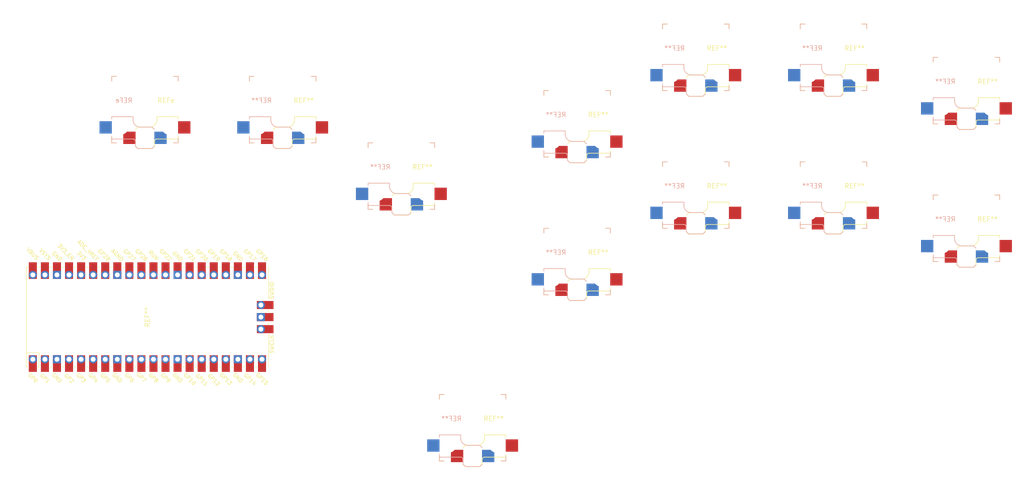
<source format=kicad_pcb>
(kicad_pcb (version 20221018) (generator pcbnew)
  (layers (0 "F.Cu" signal) (31 "B.Cu" signal) (34 "B.Paste" user) (35 "F.Paste" user) (36 "B.SilkS" user "B.Silkscreen") (37 "F.SilkS" user "F.Silkscreen") (38 "B.Mask" user) (39 "F.Mask" user) (44 "Edge.Cuts" user))
  (net 0 "")
  (footprint "keyswitches:Kailh_socket_PG1350_reversible" (layer "F.Cu") (at 419 417)
    (fp_text reference "REF**" (at 4.445 -1.905) (layer "F.SilkS"))
    (fp_text value "Kailh_socket_PG1350_reversible")
    (fp_text user "${REFERENCE}" (at -4.445 -1.905) (layer "B.SilkS") (effects (justify mirror)))
    (pad "" np_thru_hole circle (at -5.5 0) (size 1.7018 1.7018) (drill 1.7018) (layers "F&B.Cu" "*.Mask"))
    (pad "" np_thru_hole circle (at -5.22 -4.2) (size 0.9906 0.9906) (drill 0.9906) (layers "F&B.Cu" "*.Mask"))
    (pad "" np_thru_hole circle (at -5 3.75) (size 3 3) (drill 3) (layers "F&B.Cu" "*.Mask"))
    (pad "" np_thru_hole circle (at 0 0) (size 3.429 3.429) (drill 3.429) (layers "F&B.Cu" "*.Mask"))
    (pad "" np_thru_hole circle (at 0 5.95) (size 3 3) (drill 3) (layers "F&B.Cu" "*.Mask"))
    (pad "" np_thru_hole circle (at 5 3.75) (size 3 3) (drill 3) (layers "F&B.Cu" "*.Mask"))
    (pad "" np_thru_hole circle (at 5.22 -4.2) (size 0.9906 0.9906) (drill 0.9906) (layers "F&B.Cu" "*.Mask"))
    (pad "" np_thru_hole circle (at 5.5 0) (size 1.7018 1.7018) (drill 1.7018) (layers "F&B.Cu" "*.Mask"))
    (pad "1" smd rect (at -3.275 5.95) (size 2.6 2.6) (layers "F.Cu" "F.Paste" "F.Mask"))
    (pad "1" smd rect (at 3.275 5.95) (size 2.6 2.6) (layers "B.Cu" "B.Paste" "B.Mask"))
    (pad "2" smd rect (at -8.275 3.75) (size 2.6 2.6) (layers "B.Cu" "B.Paste" "B.Mask"))
    (pad "2" smd rect (at 8.275 3.75) (size 2.6 2.6) (layers "F.Cu" "F.Paste" "F.Mask"))
  )
  (footprint "keyswitches:Kailh_socket_PG1350_reversible" (layer "F.Cu") (at 350 350)
    (fp_text reference "REFe" (at 4.445 -1.905) (layer "F.SilkS"))
    (fp_text value "Kailh_socket_PG1350_reversible")
    (fp_text user "${REFERENCE}" (at -4.445 -1.905) (layer "B.SilkS") (effects (justify mirror)))
    (pad "" np_thru_hole circle (at -5.5 0) (size 1.7018 1.7018) (drill 1.7018) (layers "*.Cu" "*.Mask"))
    (pad "" np_thru_hole circle (at -5.22 -4.2) (size 0.9906 0.9906) (drill 0.9906) (layers "*.Cu" "*.Mask"))
    (pad "" np_thru_hole circle (at -5 3.75) (size 3 3) (drill 3) (layers "*.Cu" "*.Mask"))
    (pad "" np_thru_hole circle (at 0 0) (size 3.429 3.429) (drill 3.429) (layers "*.Cu" "*.Mask"))
    (pad "" np_thru_hole circle (at 0 5.95) (size 3 3) (drill 3) (layers "*.Cu" "*.Mask"))
    (pad "" np_thru_hole circle (at 5 3.75) (size 3 3) (drill 3) (layers "*.Cu" "*.Mask"))
    (pad "" np_thru_hole circle (at 5.22 -4.2) (size 0.9906 0.9906) (drill 0.9906) (layers "*.Cu" "*.Mask"))
    (pad "" np_thru_hole circle (at 5.5 0) (size 1.7018 1.7018) (drill 1.7018) (layers "*.Cu" "*.Mask"))
    (pad "1" smd rect (at -3.275 5.95) (size 2.6 2.6) (layers "F.Cu" "F.Paste" "F.Mask"))
    (pad "1" smd rect (at 3.275 5.95) (size 2.6 2.6) (layers "B.Cu" "B.Paste" "B.Mask"))
    (pad "2" smd rect (at -8.275 3.75) (size 2.6 2.6) (layers "B.Cu" "B.Paste" "B.Mask"))
    (pad "2" smd rect (at 8.275 3.75) (size 2.6 2.6) (layers "F.Cu" "F.Paste" "F.Mask"))
  )
  (footprint "keyswitches:Kailh_socket_PG1350_reversible" (layer "F.Cu") (at 379 350)
    (fp_text reference "REF**" (at 4.445 -1.905) (layer "F.SilkS"))
    (fp_text value "Kailh_socket_PG1350_reversible")
    (fp_text user "${REFERENCE}" (at -4.445 -1.905) (layer "B.SilkS") (effects (justify mirror)))
    (pad "" np_thru_hole circle (at -5.5 0) (size 1.7018 1.7018) (drill 1.7018) (layers "F&B.Cu" "*.Mask"))
    (pad "" np_thru_hole circle (at -5.22 -4.2) (size 0.9906 0.9906) (drill 0.9906) (layers "F&B.Cu" "*.Mask"))
    (pad "" np_thru_hole circle (at -5 3.75) (size 3 3) (drill 3) (layers "F&B.Cu" "*.Mask"))
    (pad "" np_thru_hole circle (at 0 0) (size 3.429 3.429) (drill 3.429) (layers "F&B.Cu" "*.Mask"))
    (pad "" np_thru_hole circle (at 0 5.95) (size 3 3) (drill 3) (layers "F&B.Cu" "*.Mask"))
    (pad "" np_thru_hole circle (at 5 3.75) (size 3 3) (drill 3) (layers "F&B.Cu" "*.Mask"))
    (pad "" np_thru_hole circle (at 5.22 -4.2) (size 0.9906 0.9906) (drill 0.9906) (layers "F&B.Cu" "*.Mask"))
    (pad "" np_thru_hole circle (at 5.5 0) (size 1.7018 1.7018) (drill 1.7018) (layers "F&B.Cu" "*.Mask"))
    (pad "1" smd rect (at -3.275 5.95) (size 2.6 2.6) (layers "F.Cu" "F.Paste" "F.Mask"))
    (pad "1" smd rect (at 3.275 5.95) (size 2.6 2.6) (layers "B.Cu" "B.Paste" "B.Mask"))
    (pad "2" smd rect (at -8.275 3.75) (size 2.6 2.6) (layers "B.Cu" "B.Paste" "B.Mask"))
    (pad "2" smd rect (at 8.275 3.75) (size 2.6 2.6) (layers "F.Cu" "F.Paste" "F.Mask"))
  )
  (footprint "keyswitches:Kailh_socket_PG1350_reversible" (layer "F.Cu") (at 441 353)
    (fp_text reference "REF**" (at 4.445 -1.905) (layer "F.SilkS"))
    (fp_text value "Kailh_socket_PG1350_reversible")
    (fp_text user "${REFERENCE}" (at -4.445 -1.905) (layer "B.SilkS") (effects (justify mirror)))
    (pad "" np_thru_hole circle (at -5.5 0) (size 1.7018 1.7018) (drill 1.7018) (layers "F&B.Cu" "*.Mask"))
    (pad "" np_thru_hole circle (at -5.22 -4.2) (size 0.9906 0.9906) (drill 0.9906) (layers "F&B.Cu" "*.Mask"))
    (pad "" np_thru_hole circle (at -5 3.75) (size 3 3) (drill 3) (layers "F&B.Cu" "*.Mask"))
    (pad "" np_thru_hole circle (at 0 0) (size 3.429 3.429) (drill 3.429) (layers "F&B.Cu" "*.Mask"))
    (pad "" np_thru_hole circle (at 0 5.95) (size 3 3) (drill 3) (layers "F&B.Cu" "*.Mask"))
    (pad "" np_thru_hole circle (at 5 3.75) (size 3 3) (drill 3) (layers "F&B.Cu" "*.Mask"))
    (pad "" np_thru_hole circle (at 5.22 -4.2) (size 0.9906 0.9906) (drill 0.9906) (layers "F&B.Cu" "*.Mask"))
    (pad "" np_thru_hole circle (at 5.5 0) (size 1.7018 1.7018) (drill 1.7018) (layers "F&B.Cu" "*.Mask"))
    (pad "1" smd rect (at -3.275 5.95) (size 2.6 2.6) (layers "F.Cu" "F.Paste" "F.Mask"))
    (pad "1" smd rect (at 3.275 5.95) (size 2.6 2.6) (layers "B.Cu" "B.Paste" "B.Mask"))
    (pad "2" smd rect (at -8.275 3.75) (size 2.6 2.6) (layers "B.Cu" "B.Paste" "B.Mask"))
    (pad "2" smd rect (at 8.275 3.75) (size 2.6 2.6) (layers "F.Cu" "F.Paste" "F.Mask"))
  )
  (footprint "MCU_RaspberryPi_and_Boards:RPi_Pico_SMD_TH" (layer "F.Cu") (at 350.52 393.7 90)
    (fp_text reference "REF**" (at 0 0 90) (layer "F.SilkS"))
    (fp_text value "RPi_Pico_SMD_TH")
    (fp_text user "GND" (at -12.8 -6.35 135) (layer "F.SilkS") (effects (font (size 0.8 0.8))))
    (fp_text user "GP0" (at -12.8 -24.13 135) (layer "F.SilkS") (effects (font (size 0.8 0.8))))
    (fp_text user "GP6" (at -12.8 -3.81 135) (layer "F.SilkS") (effects (font (size 0.8 0.8))))
    (fp_text user "GP5" (at -12.8 -8.89 135) (layer "F.SilkS") (effects (font (size 0.8 0.8))))
    (fp_text user "GP14" (at -13.1 21.59 135) (layer "F.SilkS") (effects (font (size 0.8 0.8))))
    (fp_text user "GP7" (at -12.7 -1.3 135) (layer "F.SilkS") (effects (font (size 0.8 0.8))))
    (fp_text user "GP19" (at 13.054 13.97 135) (layer "F.SilkS") (effects (font (size 0.8 0.8))))
    (fp_text user "GND" (at 12.8 6.35 135) (layer "F.SilkS") (effects (font (size 0.8 0.8))))
    (fp_text user "GP20" (at 13.054 11.43 135) (layer "F.SilkS") (effects (font (size 0.8 0.8))))
    (fp_text user "VBUS" (at 13.3 -24.2 135) (layer "F.SilkS") (effects (font (size 0.8 0.8))))
    (fp_text user "GP12" (at -13.2 13.97 135) (layer "F.SilkS") (effects (font (size 0.8 0.8))))
    (fp_text user "SWCLK" (at -5.7 26.2 90) (layer "F.SilkS") (effects (font (size 0.8 0.8))))
    (fp_text user "GP3" (at -12.8 -13.97 135) (layer "F.SilkS") (effects (font (size 0.8 0.8))))
    (fp_text user "GND" (at 12.8 -19.05 135) (layer "F.SilkS") (effects (font (size 0.8 0.8))))
    (fp_text user "GP17" (at 13.054 21.59 135) (layer "F.SilkS") (effects (font (size 0.8 0.8))))
    (fp_text user "SWDIO" (at 5.6 26.2 90) (layer "F.SilkS") (effects (font (size 0.8 0.8))))
    (fp_text user "GND" (at 12.8 19.05 135) (layer "F.SilkS") (effects (font (size 0.8 0.8))))
    (fp_text user "GP4" (at -12.8 -11.43 135) (layer "F.SilkS") (effects (font (size 0.8 0.8))))
    (fp_text user "GP2" (at -12.9 -16.51 135) (layer "F.SilkS") (effects (font (size 0.8 0.8))))
    (fp_text user "RUN" (at 13 1.27 135) (layer "F.SilkS") (effects (font (size 0.8 0.8))))
    (fp_text user "GP18" (at 13.054 16.51 135) (layer "F.SilkS") (effects (font (size 0.8 0.8))))
    (fp_text user "GP15" (at -13.054 24.13 135) (layer "F.SilkS") (effects (font (size 0.8 0.8))))
    (fp_text user "GP22" (at 13.054 3.81 135) (layer "F.SilkS") (effects (font (size 0.8 0.8))))
    (fp_text user "ADC_VREF" (at 14 -12.5 135) (layer "F.SilkS") (effects (font (size 0.8 0.8))))
    (fp_text user "VSYS" (at 13.2 -21.59 135) (layer "F.SilkS") (effects (font (size 0.8 0.8))))
    (fp_text user "GP26" (at 13.054 -1.27 135) (layer "F.SilkS") (effects (font (size 0.8 0.8))))
    (fp_text user "GP21" (at 13.054 8.9 135) (layer "F.SilkS") (effects (font (size 0.8 0.8))))
    (fp_text user "GP9" (at -12.8 3.81 135) (layer "F.SilkS") (effects (font (size 0.8 0.8))))
    (fp_text user "GND" (at -12.8 -19.05 135) (layer "F.SilkS") (effects (font (size 0.8 0.8))))
    (fp_text user "GP16" (at 13.054 24.13 135) (layer "F.SilkS") (effects (font (size 0.8 0.8))))
    (fp_text user "GP1" (at -12.9 -21.6 135) (layer "F.SilkS") (effects (font (size 0.8 0.8))))
    (fp_text user "GP10" (at -13.054 8.89 135) (layer "F.SilkS") (effects (font (size 0.8 0.8))))
    (fp_text user "GP28" (at 13.054 -9.144 135) (layer "F.SilkS") (effects (font (size 0.8 0.8))))
    (fp_text user "GP11" (at -13.2 11.43 135) (layer "F.SilkS") (effects (font (size 0.8 0.8))))
    (fp_text user "3V3_EN" (at 13.7 -17.2 135) (layer "F.SilkS") (effects (font (size 0.8 0.8))))
    (fp_text user "3V3" (at 12.9 -13.9 135) (layer "F.SilkS") (effects (font (size 0.8 0.8))))
    (fp_text user "GP13" (at -13.054 16.51 135) (layer "F.SilkS") (effects (font (size 0.8 0.8))))
    (fp_text user "GP27" (at 13.054 -3.8 135) (layer "F.SilkS") (effects (font (size 0.8 0.8))))
    (fp_text user "GND" (at -12.8 19.05 135) (layer "F.SilkS") (effects (font (size 0.8 0.8))))
    (fp_text user "GP8" (at -12.8 1.27 135) (layer "F.SilkS") (effects (font (size 0.8 0.8))))
    (fp_text user "AGND" (at 13.054 -6.35 135) (layer "F.SilkS") (effects (font (size 0.8 0.8))))
    (fp_text user "GND" (at -12.8 6.35 135) (layer "F.SilkS") (effects (font (size 0.8 0.8))))
    (pad "" np_thru_hole oval (at -2.725 -24 90) (size 1.8 1.8) (drill 1.8) (layers "*.Cu" "*.Mask"))
    (pad "" np_thru_hole oval (at -2.425 -20.97 90) (size 1.5 1.5) (drill 1.5) (layers "*.Cu" "*.Mask"))
    (pad "" np_thru_hole oval (at 2.425 -20.97 90) (size 1.5 1.5) (drill 1.5) (layers "*.Cu" "*.Mask"))
    (pad "" np_thru_hole oval (at 2.725 -24 90) (size 1.8 1.8) (drill 1.8) (layers "*.Cu" "*.Mask"))
    (pad "1" thru_hole oval (at -8.89 -24.13 90) (size 1.7 1.7) (drill 1.02) (layers "*.Cu" "*.Mask"))
    (pad "1" smd rect (at -8.89 -24.13 90) (size 3.5 1.7) (drill (offset -0.9 0)) (layers "F.Cu" "F.Mask"))
    (pad "2" thru_hole oval (at -8.89 -21.59 90) (size 1.7 1.7) (drill 1.02) (layers "*.Cu" "*.Mask"))
    (pad "2" smd rect (at -8.89 -21.59 90) (size 3.5 1.7) (drill (offset -0.9 0)) (layers "F.Cu" "F.Mask"))
    (pad "3" thru_hole rect (at -8.89 -19.05 90) (size 1.7 1.7) (drill 1.02) (layers "*.Cu" "*.Mask"))
    (pad "3" smd rect (at -8.89 -19.05 90) (size 3.5 1.7) (drill (offset -0.9 0)) (layers "F.Cu" "F.Mask"))
    (pad "4" thru_hole oval (at -8.89 -16.51 90) (size 1.7 1.7) (drill 1.02) (layers "*.Cu" "*.Mask"))
    (pad "4" smd rect (at -8.89 -16.51 90) (size 3.5 1.7) (drill (offset -0.9 0)) (layers "F.Cu" "F.Mask"))
    (pad "5" thru_hole oval (at -8.89 -13.97 90) (size 1.7 1.7) (drill 1.02) (layers "*.Cu" "*.Mask"))
    (pad "5" smd rect (at -8.89 -13.97 90) (size 3.5 1.7) (drill (offset -0.9 0)) (layers "F.Cu" "F.Mask"))
    (pad "6" thru_hole oval (at -8.89 -11.43 90) (size 1.7 1.7) (drill 1.02) (layers "*.Cu" "*.Mask"))
    (pad "6" smd rect (at -8.89 -11.43 90) (size 3.5 1.7) (drill (offset -0.9 0)) (layers "F.Cu" "F.Mask"))
    (pad "7" thru_hole oval (at -8.89 -8.89 90) (size 1.7 1.7) (drill 1.02) (layers "*.Cu" "*.Mask"))
    (pad "7" smd rect (at -8.89 -8.89 90) (size 3.5 1.7) (drill (offset -0.9 0)) (layers "F.Cu" "F.Mask"))
    (pad "8" thru_hole rect (at -8.89 -6.35 90) (size 1.7 1.7) (drill 1.02) (layers "*.Cu" "*.Mask"))
    (pad "8" smd rect (at -8.89 -6.35 90) (size 3.5 1.7) (drill (offset -0.9 0)) (layers "F.Cu" "F.Mask"))
    (pad "9" thru_hole oval (at -8.89 -3.81 90) (size 1.7 1.7) (drill 1.02) (layers "*.Cu" "*.Mask"))
    (pad "9" smd rect (at -8.89 -3.81 90) (size 3.5 1.7) (drill (offset -0.9 0)) (layers "F.Cu" "F.Mask"))
    (pad "10" thru_hole oval (at -8.89 -1.27 90) (size 1.7 1.7) (drill 1.02) (layers "*.Cu" "*.Mask"))
    (pad "10" smd rect (at -8.89 -1.27 90) (size 3.5 1.7) (drill (offset -0.9 0)) (layers "F.Cu" "F.Mask"))
    (pad "11" thru_hole oval (at -8.89 1.27 90) (size 1.7 1.7) (drill 1.02) (layers "*.Cu" "*.Mask"))
    (pad "11" smd rect (at -8.89 1.27 90) (size 3.5 1.7) (drill (offset -0.9 0)) (layers "F.Cu" "F.Mask"))
    (pad "12" thru_hole oval (at -8.89 3.81 90) (size 1.7 1.7) (drill 1.02) (layers "*.Cu" "*.Mask"))
    (pad "12" smd rect (at -8.89 3.81 90) (size 3.5 1.7) (drill (offset -0.9 0)) (layers "F.Cu" "F.Mask"))
    (pad "13" thru_hole rect (at -8.89 6.35 90) (size 1.7 1.7) (drill 1.02) (layers "*.Cu" "*.Mask"))
    (pad "13" smd rect (at -8.89 6.35 90) (size 3.5 1.7) (drill (offset -0.9 0)) (layers "F.Cu" "F.Mask"))
    (pad "14" thru_hole oval (at -8.89 8.89 90) (size 1.7 1.7) (drill 1.02) (layers "*.Cu" "*.Mask"))
    (pad "14" smd rect (at -8.89 8.89 90) (size 3.5 1.7) (drill (offset -0.9 0)) (layers "F.Cu" "F.Mask"))
    (pad "15" thru_hole oval (at -8.89 11.43 90) (size 1.7 1.7) (drill 1.02) (layers "*.Cu" "*.Mask"))
    (pad "15" smd rect (at -8.89 11.43 90) (size 3.5 1.7) (drill (offset -0.9 0)) (layers "F.Cu" "F.Mask"))
    (pad "16" thru_hole oval (at -8.89 13.97 90) (size 1.7 1.7) (drill 1.02) (layers "*.Cu" "*.Mask"))
    (pad "16" smd rect (at -8.89 13.97 90) (size 3.5 1.7) (drill (offset -0.9 0)) (layers "F.Cu" "F.Mask"))
    (pad "17" thru_hole oval (at -8.89 16.51 90) (size 1.7 1.7) (drill 1.02) (layers "*.Cu" "*.Mask"))
    (pad "17" smd rect (at -8.89 16.51 90) (size 3.5 1.7) (drill (offset -0.9 0)) (layers "F.Cu" "F.Mask"))
    (pad "18" thru_hole rect (at -8.89 19.05 90) (size 1.7 1.7) (drill 1.02) (layers "*.Cu" "*.Mask"))
    (pad "18" smd rect (at -8.89 19.05 90) (size 3.5 1.7) (drill (offset -0.9 0)) (layers "F.Cu" "F.Mask"))
    (pad "19" thru_hole oval (at -8.89 21.59 90) (size 1.7 1.7) (drill 1.02) (layers "*.Cu" "*.Mask"))
    (pad "19" smd rect (at -8.89 21.59 90) (size 3.5 1.7) (drill (offset -0.9 0)) (layers "F.Cu" "F.Mask"))
    (pad "20" thru_hole oval (at -8.89 24.13 90) (size 1.7 1.7) (drill 1.02) (layers "*.Cu" "*.Mask"))
    (pad "20" smd rect (at -8.89 24.13 90) (size 3.5 1.7) (drill (offset -0.9 0)) (layers "F.Cu" "F.Mask"))
    (pad "21" thru_hole oval (at 8.89 24.13 90) (size 1.7 1.7) (drill 1.02) (layers "*.Cu" "*.Mask"))
    (pad "21" smd rect (at 8.89 24.13 90) (size 3.5 1.7) (drill (offset 0.9 0)) (layers "F.Cu" "F.Mask"))
    (pad "22" thru_hole oval (at 8.89 21.59 90) (size 1.7 1.7) (drill 1.02) (layers "*.Cu" "*.Mask"))
    (pad "22" smd rect (at 8.89 21.59 90) (size 3.5 1.7) (drill (offset 0.9 0)) (layers "F.Cu" "F.Mask"))
    (pad "23" thru_hole rect (at 8.89 19.05 90) (size 1.7 1.7) (drill 1.02) (layers "*.Cu" "*.Mask"))
    (pad "23" smd rect (at 8.89 19.05 90) (size 3.5 1.7) (drill (offset 0.9 0)) (layers "F.Cu" "F.Mask"))
    (pad "24" thru_hole oval (at 8.89 16.51 90) (size 1.7 1.7) (drill 1.02) (layers "*.Cu" "*.Mask"))
    (pad "24" smd rect (at 8.89 16.51 90) (size 3.5 1.7) (drill (offset 0.9 0)) (layers "F.Cu" "F.Mask"))
    (pad "25" thru_hole oval (at 8.89 13.97 90) (size 1.7 1.7) (drill 1.02) (layers "*.Cu" "*.Mask"))
    (pad "25" smd rect (at 8.89 13.97 90) (size 3.5 1.7) (drill (offset 0.9 0)) (layers "F.Cu" "F.Mask"))
    (pad "26" thru_hole oval (at 8.89 11.43 90) (size 1.7 1.7) (drill 1.02) (layers "*.Cu" "*.Mask"))
    (pad "26" smd rect (at 8.89 11.43 90) (size 3.5 1.7) (drill (offset 0.9 0)) (layers "F.Cu" "F.Mask"))
    (pad "27" thru_hole oval (at 8.89 8.89 90) (size 1.7 1.7) (drill 1.02) (layers "*.Cu" "*.Mask"))
    (pad "27" smd rect (at 8.89 8.89 90) (size 3.5 1.7) (drill (offset 0.9 0)) (layers "F.Cu" "F.Mask"))
    (pad "28" thru_hole rect (at 8.89 6.35 90) (size 1.7 1.7) (drill 1.02) (layers "*.Cu" "*.Mask"))
    (pad "28" smd rect (at 8.89 6.35 90) (size 3.5 1.7) (drill (offset 0.9 0)) (layers "F.Cu" "F.Mask"))
    (pad "29" thru_hole oval (at 8.89 3.81 90) (size 1.7 1.7) (drill 1.02) (layers "*.Cu" "*.Mask"))
    (pad "29" smd rect (at 8.89 3.81 90) (size 3.5 1.7) (drill (offset 0.9 0)) (layers "F.Cu" "F.Mask"))
    (pad "30" thru_hole oval (at 8.89 1.27 90) (size 1.7 1.7) (drill 1.02) (layers "*.Cu" "*.Mask"))
    (pad "30" smd rect (at 8.89 1.27 90) (size 3.5 1.7) (drill (offset 0.9 0)) (layers "F.Cu" "F.Mask"))
    (pad "31" thru_hole oval (at 8.89 -1.27 90) (size 1.7 1.7) (drill 1.02) (layers "*.Cu" "*.Mask"))
    (pad "31" smd rect (at 8.89 -1.27 90) (size 3.5 1.7) (drill (offset 0.9 0)) (layers "F.Cu" "F.Mask"))
    (pad "32" thru_hole oval (at 8.89 -3.81 90) (size 1.7 1.7) (drill 1.02) (layers "*.Cu" "*.Mask"))
    (pad "32" smd rect (at 8.89 -3.81 90) (size 3.5 1.7) (drill (offset 0.9 0)) (layers "F.Cu" "F.Mask"))
    (pad "33" thru_hole rect (at 8.89 -6.35 90) (size 1.7 1.7) (drill 1.02) (layers "*.Cu" "*.Mask"))
    (pad "33" smd rect (at 8.89 -6.35 90) (size 3.5 1.7) (drill (offset 0.9 0)) (layers "F.Cu" "F.Mask"))
    (pad "34" thru_hole oval (at 8.89 -8.89 90) (size 1.7 1.7) (drill 1.02) (layers "*.Cu" "*.Mask"))
    (pad "34" smd rect (at 8.89 -8.89 90) (size 3.5 1.7) (drill (offset 0.9 0)) (layers "F.Cu" "F.Mask"))
    (pad "35" thru_hole oval (at 8.89 -11.43 90) (size 1.7 1.7) (drill 1.02) (layers "*.Cu" "*.Mask"))
    (pad "35" smd rect (at 8.89 -11.43 90) (size 3.5 1.7) (drill (offset 0.9 0)) (layers "F.Cu" "F.Mask"))
    (pad "36" thru_hole oval (at 8.89 -13.97 90) (size 1.7 1.7) (drill 1.02) (layers "*.Cu" "*.Mask"))
    (pad "36" smd rect (at 8.89 -13.97 90) (size 3.5 1.7) (drill (offset 0.9 0)) (layers "F.Cu" "F.Mask"))
    (pad "37" thru_hole oval (at 8.89 -16.51 90) (size 1.7 1.7) (drill 1.02) (layers "*.Cu" "*.Mask"))
    (pad "37" smd rect (at 8.89 -16.51 90) (size 3.5 1.7) (drill (offset 0.9 0)) (layers "F.Cu" "F.Mask"))
    (pad "38" thru_hole rect (at 8.89 -19.05 90) (size 1.7 1.7) (drill 1.02) (layers "*.Cu" "*.Mask"))
    (pad "38" smd rect (at 8.89 -19.05 90) (size 3.5 1.7) (drill (offset 0.9 0)) (layers "F.Cu" "F.Mask"))
    (pad "39" thru_hole oval (at 8.89 -21.59 90) (size 1.7 1.7) (drill 1.02) (layers "*.Cu" "*.Mask"))
    (pad "39" smd rect (at 8.89 -21.59 90) (size 3.5 1.7) (drill (offset 0.9 0)) (layers "F.Cu" "F.Mask"))
    (pad "40" thru_hole oval (at 8.89 -24.13 90) (size 1.7 1.7) (drill 1.02) (layers "*.Cu" "*.Mask"))
    (pad "40" smd rect (at 8.89 -24.13 90) (size 3.5 1.7) (drill (offset 0.9 0)) (layers "F.Cu" "F.Mask"))
    (pad "41" thru_hole oval (at -2.54 23.9 90) (size 1.7 1.7) (drill 1.02) (layers "*.Cu" "*.Mask"))
    (pad "41" smd rect (at -2.54 23.9 180) (size 3.5 1.7) (drill (offset -0.9 0)) (layers "F.Cu" "F.Mask"))
    (pad "42" thru_hole rect (at 0 23.9 90) (size 1.7 1.7) (drill 1.02) (layers "*.Cu" "*.Mask"))
    (pad "42" smd rect (at 0 23.9 180) (size 3.5 1.7) (drill (offset -0.9 0)) (layers "F.Cu" "F.Mask"))
    (pad "43" thru_hole oval (at 2.54 23.9 90) (size 1.7 1.7) (drill 1.02) (layers "*.Cu" "*.Mask"))
    (pad "43" smd rect (at 2.54 23.9 180) (size 3.5 1.7) (drill (offset -0.9 0)) (layers "F.Cu" "F.Mask"))
  )
  (footprint "keyswitches:Kailh_socket_PG1350_reversible" (layer "F.Cu") (at 523 375)
    (fp_text reference "REF**" (at 4.445 -1.905) (layer "F.SilkS"))
    (fp_text value "Kailh_socket_PG1350_reversible")
    (fp_text user "${REFERENCE}" (at -4.445 -1.905) (layer "B.SilkS") (effects (justify mirror)))
    (pad "" np_thru_hole circle (at -5.5 0) (size 1.7018 1.7018) (drill 1.7018) (layers "F&B.Cu" "*.Mask"))
    (pad "" np_thru_hole circle (at -5.22 -4.2) (size 0.9906 0.9906) (drill 0.9906) (layers "F&B.Cu" "*.Mask"))
    (pad "" np_thru_hole circle (at -5 3.75) (size 3 3) (drill 3) (layers "F&B.Cu" "*.Mask"))
    (pad "" np_thru_hole circle (at 0 0) (size 3.429 3.429) (drill 3.429) (layers "F&B.Cu" "*.Mask"))
    (pad "" np_thru_hole circle (at 0 5.95) (size 3 3) (drill 3) (layers "F&B.Cu" "*.Mask"))
    (pad "" np_thru_hole circle (at 5 3.75) (size 3 3) (drill 3) (layers "F&B.Cu" "*.Mask"))
    (pad "" np_thru_hole circle (at 5.22 -4.2) (size 0.9906 0.9906) (drill 0.9906) (layers "F&B.Cu" "*.Mask"))
    (pad "" np_thru_hole circle (at 5.5 0) (size 1.7018 1.7018) (drill 1.7018) (layers "F&B.Cu" "*.Mask"))
    (pad "1" smd rect (at -3.275 5.95) (size 2.6 2.6) (layers "F.Cu" "F.Paste" "F.Mask"))
    (pad "1" smd rect (at 3.275 5.95) (size 2.6 2.6) (layers "B.Cu" "B.Paste" "B.Mask"))
    (pad "2" smd rect (at -8.275 3.75) (size 2.6 2.6) (layers "B.Cu" "B.Paste" "B.Mask"))
    (pad "2" smd rect (at 8.275 3.75) (size 2.6 2.6) (layers "F.Cu" "F.Paste" "F.Mask"))
  )
  (footprint "keyswitches:Kailh_socket_PG1350_reversible" (layer "F.Cu") (at 495 368)
    (fp_text reference "REF**" (at 4.445 -1.905) (layer "F.SilkS"))
    (fp_text value "Kailh_socket_PG1350_reversible")
    (fp_text user "${REFERENCE}" (at -4.445 -1.905) (layer "B.SilkS") (effects (justify mirror)))
    (pad "" np_thru_hole circle (at -5.5 0) (size 1.7018 1.7018) (drill 1.7018) (layers "F&B.Cu" "*.Mask"))
    (pad "" np_thru_hole circle (at -5.22 -4.2) (size 0.9906 0.9906) (drill 0.9906) (layers "F&B.Cu" "*.Mask"))
    (pad "" np_thru_hole circle (at -5 3.75) (size 3 3) (drill 3) (layers "F&B.Cu" "*.Mask"))
    (pad "" np_thru_hole circle (at 0 0) (size 3.429 3.429) (drill 3.429) (layers "F&B.Cu" "*.Mask"))
    (pad "" np_thru_hole circle (at 0 5.95) (size 3 3) (drill 3) (layers "F&B.Cu" "*.Mask"))
    (pad "" np_thru_hole circle (at 5 3.75) (size 3 3) (drill 3) (layers "F&B.Cu" "*.Mask"))
    (pad "" np_thru_hole circle (at 5.22 -4.2) (size 0.9906 0.9906) (drill 0.9906) (layers "F&B.Cu" "*.Mask"))
    (pad "" np_thru_hole circle (at 5.5 0) (size 1.7018 1.7018) (drill 1.7018) (layers "F&B.Cu" "*.Mask"))
    (pad "1" smd rect (at -3.275 5.95) (size 2.6 2.6) (layers "F.Cu" "F.Paste" "F.Mask"))
    (pad "1" smd rect (at 3.275 5.95) (size 2.6 2.6) (layers "B.Cu" "B.Paste" "B.Mask"))
    (pad "2" smd rect (at -8.275 3.75) (size 2.6 2.6) (layers "B.Cu" "B.Paste" "B.Mask"))
    (pad "2" smd rect (at 8.275 3.75) (size 2.6 2.6) (layers "F.Cu" "F.Paste" "F.Mask"))
  )
  (footprint "keyswitches:Kailh_socket_PG1350_reversible" (layer "F.Cu") (at 466 339)
    (fp_text reference "REF**" (at 4.445 -1.905) (layer "F.SilkS"))
    (fp_text value "Kailh_socket_PG1350_reversible")
    (fp_text user "${REFERENCE}" (at -4.445 -1.905) (layer "B.SilkS") (effects (justify mirror)))
    (pad "" np_thru_hole circle (at -5.5 0) (size 1.7018 1.7018) (drill 1.7018) (layers "F&B.Cu" "*.Mask"))
    (pad "" np_thru_hole circle (at -5.22 -4.2) (size 0.9906 0.9906) (drill 0.9906) (layers "F&B.Cu" "*.Mask"))
    (pad "" np_thru_hole circle (at -5 3.75) (size 3 3) (drill 3) (layers "F&B.Cu" "*.Mask"))
    (pad "" np_thru_hole circle (at 0 0) (size 3.429 3.429) (drill 3.429) (layers "F&B.Cu" "*.Mask"))
    (pad "" np_thru_hole circle (at 0 5.95) (size 3 3) (drill 3) (layers "F&B.Cu" "*.Mask"))
    (pad "" np_thru_hole circle (at 5 3.75) (size 3 3) (drill 3) (layers "F&B.Cu" "*.Mask"))
    (pad "" np_thru_hole circle (at 5.22 -4.2) (size 0.9906 0.9906) (drill 0.9906) (layers "F&B.Cu" "*.Mask"))
    (pad "" np_thru_hole circle (at 5.5 0) (size 1.7018 1.7018) (drill 1.7018) (layers "F&B.Cu" "*.Mask"))
    (pad "1" smd rect (at -3.275 5.95) (size 2.6 2.6) (layers "F.Cu" "F.Paste" "F.Mask"))
    (pad "1" smd rect (at 3.275 5.95) (size 2.6 2.6) (layers "B.Cu" "B.Paste" "B.Mask"))
    (pad "2" smd rect (at -8.275 3.75) (size 2.6 2.6) (layers "B.Cu" "B.Paste" "B.Mask"))
    (pad "2" smd rect (at 8.275 3.75) (size 2.6 2.6) (layers "F.Cu" "F.Paste" "F.Mask"))
  )
  (footprint "keyswitches:Kailh_socket_PG1350_reversible" (layer "F.Cu") (at 404 364)
    (fp_text reference "REF**" (at 4.445 -1.905) (layer "F.SilkS"))
    (fp_text value "Kailh_socket_PG1350_reversible")
    (fp_text user "${REFERENCE}" (at -4.445 -1.905) (layer "B.SilkS") (effects (justify mirror)))
    (pad "" np_thru_hole circle (at -5.5 0) (size 1.7018 1.7018) (drill 1.7018) (layers "F&B.Cu" "*.Mask"))
    (pad "" np_thru_hole circle (at -5.22 -4.2) (size 0.9906 0.9906) (drill 0.9906) (layers "F&B.Cu" "*.Mask"))
    (pad "" np_thru_hole circle (at -5 3.75) (size 3 3) (drill 3) (layers "F&B.Cu" "*.Mask"))
    (pad "" np_thru_hole circle (at 0 0) (size 3.429 3.429) (drill 3.429) (layers "F&B.Cu" "*.Mask"))
    (pad "" np_thru_hole circle (at 0 5.95) (size 3 3) (drill 3) (layers "F&B.Cu" "*.Mask"))
    (pad "" np_thru_hole circle (at 5 3.75) (size 3 3) (drill 3) (layers "F&B.Cu" "*.Mask"))
    (pad "" np_thru_hole circle (at 5.22 -4.2) (size 0.9906 0.9906) (drill 0.9906) (layers "F&B.Cu" "*.Mask"))
    (pad "" np_thru_hole circle (at 5.5 0) (size 1.7018 1.7018) (drill 1.7018) (layers "F&B.Cu" "*.Mask"))
    (pad "1" smd rect (at -3.275 5.95) (size 2.6 2.6) (layers "F.Cu" "F.Paste" "F.Mask"))
    (pad "1" smd rect (at 3.275 5.95) (size 2.6 2.6) (layers "B.Cu" "B.Paste" "B.Mask"))
    (pad "2" smd rect (at -8.275 3.75) (size 2.6 2.6) (layers "B.Cu" "B.Paste" "B.Mask"))
    (pad "2" smd rect (at 8.275 3.75) (size 2.6 2.6) (layers "F.Cu" "F.Paste" "F.Mask"))
  )
  (footprint "keyswitches:Kailh_socket_PG1350_reversible" (layer "F.Cu") (at 466 368)
    (fp_text reference "REF**" (at 4.445 -1.905) (layer "F.SilkS"))
    (fp_text value "Kailh_socket_PG1350_reversible")
    (fp_text user "${REFERENCE}" (at -4.445 -1.905) (layer "B.SilkS") (effects (justify mirror)))
    (pad "" np_thru_hole circle (at -5.5 0) (size 1.7018 1.7018) (drill 1.7018) (layers "F&B.Cu" "*.Mask"))
    (pad "" np_thru_hole circle (at -5.22 -4.2) (size 0.9906 0.9906) (drill 0.9906) (layers "F&B.Cu" "*.Mask"))
    (pad "" np_thru_hole circle (at -5 3.75) (size 3 3) (drill 3) (layers "F&B.Cu" "*.Mask"))
    (pad "" np_thru_hole circle (at 0 0) (size 3.429 3.429) (drill 3.429) (layers "F&B.Cu" "*.Mask"))
    (pad "" np_thru_hole circle (at 0 5.95) (size 3 3) (drill 3) (layers "F&B.Cu" "*.Mask"))
    (pad "" np_thru_hole circle (at 5 3.75) (size 3 3) (drill 3) (layers "F&B.Cu" "*.Mask"))
    (pad "" np_thru_hole circle (at 5.22 -4.2) (size 0.9906 0.9906) (drill 0.9906) (layers "F&B.Cu" "*.Mask"))
    (pad "" np_thru_hole circle (at 5.5 0) (size 1.7018 1.7018) (drill 1.7018) (layers "F&B.Cu" "*.Mask"))
    (pad "1" smd rect (at -3.275 5.95) (size 2.6 2.6) (layers "F.Cu" "F.Paste" "F.Mask"))
    (pad "1" smd rect (at 3.275 5.95) (size 2.6 2.6) (layers "B.Cu" "B.Paste" "B.Mask"))
    (pad "2" smd rect (at -8.275 3.75) (size 2.6 2.6) (layers "B.Cu" "B.Paste" "B.Mask"))
    (pad "2" smd rect (at 8.275 3.75) (size 2.6 2.6) (layers "F.Cu" "F.Paste" "F.Mask"))
  )
  (footprint "keyswitches:Kailh_socket_PG1350_reversible" (layer "F.Cu") (at 495 339)
    (fp_text reference "REF**" (at 4.445 -1.905) (layer "F.SilkS"))
    (fp_text value "Kailh_socket_PG1350_reversible")
    (fp_text user "${REFERENCE}" (at -4.445 -1.905) (layer "B.SilkS") (effects (justify mirror)))
    (pad "" np_thru_hole circle (at -5.5 0) (size 1.7018 1.7018) (drill 1.7018) (layers "F&B.Cu" "*.Mask"))
    (pad "" np_thru_hole circle (at -5.22 -4.2) (size 0.9906 0.9906) (drill 0.9906) (layers "F&B.Cu" "*.Mask"))
    (pad "" np_thru_hole circle (at -5 3.75) (size 3 3) (drill 3) (layers "F&B.Cu" "*.Mask"))
    (pad "" np_thru_hole circle (at 0 0) (size 3.429 3.429) (drill 3.429) (layers "F&B.Cu" "*.Mask"))
    (pad "" np_thru_hole circle (at 0 5.95) (size 3 3) (drill 3) (layers "F&B.Cu" "*.Mask"))
    (pad "" np_thru_hole circle (at 5 3.75) (size 3 3) (drill 3) (layers "F&B.Cu" "*.Mask"))
    (pad "" np_thru_hole circle (at 5.22 -4.2) (size 0.9906 0.9906) (drill 0.9906) (layers "F&B.Cu" "*.Mask"))
    (pad "" np_thru_hole circle (at 5.5 0) (size 1.7018 1.7018) (drill 1.7018) (layers "F&B.Cu" "*.Mask"))
    (pad "1" smd rect (at -3.275 5.95) (size 2.6 2.6) (layers "F.Cu" "F.Paste" "F.Mask"))
    (pad "1" smd rect (at 3.275 5.95) (size 2.6 2.6) (layers "B.Cu" "B.Paste" "B.Mask"))
    (pad "2" smd rect (at -8.275 3.75) (size 2.6 2.6) (layers "B.Cu" "B.Paste" "B.Mask"))
    (pad "2" smd rect (at 8.275 3.75) (size 2.6 2.6) (layers "F.Cu" "F.Paste" "F.Mask"))
  )
  (footprint "keyswitches:Kailh_socket_PG1350_reversible" (layer "F.Cu") (at 441 382)
    (fp_text reference "REF**" (at 4.445 -1.905) (layer "F.SilkS"))
    (fp_text value "Kailh_socket_PG1350_reversible")
    (fp_text user "${REFERENCE}" (at -4.445 -1.905) (layer "B.SilkS") (effects (justify mirror)))
    (pad "" np_thru_hole circle (at -5.5 0) (size 1.7018 1.7018) (drill 1.7018) (layers "F&B.Cu" "*.Mask"))
    (pad "" np_thru_hole circle (at -5.22 -4.2) (size 0.9906 0.9906) (drill 0.9906) (layers "F&B.Cu" "*.Mask"))
    (pad "" np_thru_hole circle (at -5 3.75) (size 3 3) (drill 3) (layers "F&B.Cu" "*.Mask"))
    (pad "" np_thru_hole circle (at 0 0) (size 3.429 3.429) (drill 3.429) (layers "F&B.Cu" "*.Mask"))
    (pad "" np_thru_hole circle (at 0 5.95) (size 3 3) (drill 3) (layers "F&B.Cu" "*.Mask"))
    (pad "" np_thru_hole circle (at 5 3.75) (size 3 3) (drill 3) (layers "F&B.Cu" "*.Mask"))
    (pad "" np_thru_hole circle (at 5.22 -4.2) (size 0.9906 0.9906) (drill 0.9906) (layers "F&B.Cu" "*.Mask"))
    (pad "" np_thru_hole circle (at 5.5 0) (size 1.7018 1.7018) (drill 1.7018) (layers "F&B.Cu" "*.Mask"))
    (pad "1" smd rect (at -3.275 5.95) (size 2.6 2.6) (layers "F.Cu" "F.Paste" "F.Mask"))
    (pad "1" smd rect (at 3.275 5.95) (size 2.6 2.6) (layers "B.Cu" "B.Paste" "B.Mask"))
    (pad "2" smd rect (at -8.275 3.75) (size 2.6 2.6) (layers "B.Cu" "B.Paste" "B.Mask"))
    (pad "2" smd rect (at 8.275 3.75) (size 2.6 2.6) (layers "F.Cu" "F.Paste" "F.Mask"))
  )
  (footprint "keyswitches:Kailh_socket_PG1350_reversible" (layer "F.Cu") (at 523 346)
    (fp_text reference "REF**" (at 4.445 -1.905) (layer "F.SilkS"))
    (fp_text value "Kailh_socket_PG1350_reversible")
    (fp_text user "${REFERENCE}" (at -4.445 -1.905) (layer "B.SilkS") (effects (justify mirror)))
    (pad "" np_thru_hole circle (at -5.5 0) (size 1.7018 1.7018) (drill 1.7018) (layers "F&B.Cu" "*.Mask"))
    (pad "" np_thru_hole circle (at -5.22 -4.2) (size 0.9906 0.9906) (drill 0.9906) (layers "F&B.Cu" "*.Mask"))
    (pad "" np_thru_hole circle (at -5 3.75) (size 3 3) (drill 3) (layers "F&B.Cu" "*.Mask"))
    (pad "" np_thru_hole circle (at 0 0) (size 3.429 3.429) (drill 3.429) (layers "F&B.Cu" "*.Mask"))
    (pad "" np_thru_hole circle (at 0 5.95) (size 3 3) (drill 3) (layers "F&B.Cu" "*.Mask"))
    (pad "" np_thru_hole circle (at 5 3.75) (size 3 3) (drill 3) (layers "F&B.Cu" "*.Mask"))
    (pad "" np_thru_hole circle (at 5.22 -4.2) (size 0.9906 0.9906) (drill 0.9906) (layers "F&B.Cu" "*.Mask"))
    (pad "" np_thru_hole circle (at 5.5 0) (size 1.7018 1.7018) (drill 1.7018) (layers "F&B.Cu" "*.Mask"))
    (pad "1" smd rect (at -3.275 5.95) (size 2.6 2.6) (layers "F.Cu" "F.Paste" "F.Mask"))
    (pad "1" smd rect (at 3.275 5.95) (size 2.6 2.6) (layers "B.Cu" "B.Paste" "B.Mask"))
    (pad "2" smd rect (at -8.275 3.75) (size 2.6 2.6) (layers "B.Cu" "B.Paste" "B.Mask"))
    (pad "2" smd rect (at 8.275 3.75) (size 2.6 2.6) (layers "F.Cu" "F.Paste" "F.Mask"))
  )
)
</source>
